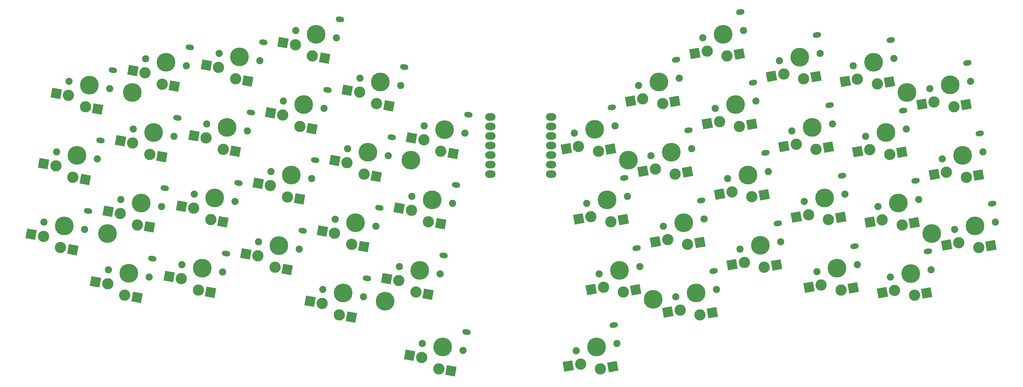
<source format=gbr>
%TF.GenerationSoftware,KiCad,Pcbnew,7.0.5*%
%TF.CreationDate,2023-06-27T22:08:49+09:00*%
%TF.ProjectId,keyboard_011 rev.1.2,6b657962-6f61-4726-945f-303131207265,REV1*%
%TF.SameCoordinates,Original*%
%TF.FileFunction,Soldermask,Bot*%
%TF.FilePolarity,Negative*%
%FSLAX46Y46*%
G04 Gerber Fmt 4.6, Leading zero omitted, Abs format (unit mm)*
G04 Created by KiCad (PCBNEW 7.0.5) date 2023-06-27 22:08:49*
%MOMM*%
%LPD*%
G01*
G04 APERTURE LIST*
G04 Aperture macros list*
%AMHorizOval*
0 Thick line with rounded ends*
0 $1 width*
0 $2 $3 position (X,Y) of the first rounded end (center of the circle)*
0 $4 $5 position (X,Y) of the second rounded end (center of the circle)*
0 Add line between two ends*
20,1,$1,$2,$3,$4,$5,0*
0 Add two circle primitives to create the rounded ends*
1,1,$1,$2,$3*
1,1,$1,$4,$5*%
%AMRotRect*
0 Rectangle, with rotation*
0 The origin of the aperture is its center*
0 $1 length*
0 $2 width*
0 $3 Rotation angle, in degrees counterclockwise*
0 Add horizontal line*
21,1,$1,$2,0,0,$3*%
G04 Aperture macros list end*
%ADD10C,1.900000*%
%ADD11C,3.000000*%
%ADD12C,5.000000*%
%ADD13HorizOval,1.500000X-0.344683X-0.060777X0.344683X0.060777X0*%
%ADD14RotRect,2.600000X2.600000X190.000000*%
%ADD15HorizOval,1.500000X-0.344683X0.060777X0.344683X-0.060777X0*%
%ADD16RotRect,2.600000X2.600000X170.000000*%
%ADD17O,2.748280X1.998980*%
G04 APERTURE END LIST*
D10*
%TO.C,SW10*%
X172584557Y65780635D03*
D11*
X173719459Y62223670D03*
D12*
X178001000Y66735700D03*
D11*
X179025524Y60925334D03*
D10*
X183417443Y67690765D03*
D13*
X182598442Y72623486D03*
D14*
X170469594Y61650631D03*
X182275390Y61498373D03*
%TD*%
D10*
%TO.C,SW32*%
X139204557Y35710635D03*
D11*
X140339459Y32153670D03*
D12*
X144621000Y36665700D03*
D11*
X145645524Y30855334D03*
D10*
X150037443Y37620765D03*
D13*
X149218442Y42553486D03*
D14*
X137089594Y31580631D03*
X148895390Y31428373D03*
%TD*%
D10*
%TO.C,SW39*%
X31403157Y6165565D03*
D11*
X31253063Y2434952D03*
D12*
X36819600Y5210500D03*
D11*
X35795076Y-599866D03*
D10*
X42236043Y4255435D03*
D15*
X43153524Y9170791D03*
D16*
X28003197Y3007991D03*
X39044941Y-1172905D03*
%TD*%
D12*
%TO.C,H6*%
X193506200Y21117800D03*
%TD*%
D10*
%TO.C,SW30*%
X104984557Y10340635D03*
D11*
X106119459Y6783670D03*
D12*
X110401000Y11295700D03*
D11*
X111425524Y5485334D03*
D10*
X115817443Y12250765D03*
D13*
X114998442Y17183486D03*
D14*
X102869594Y6210631D03*
X114675390Y6058373D03*
%TD*%
D10*
%TO.C,SW17*%
X55126757Y31012365D03*
D11*
X54976663Y27281752D03*
D12*
X60543200Y30057300D03*
D11*
X59518676Y24246934D03*
D10*
X65959643Y29102235D03*
D15*
X66877124Y34017591D03*
D16*
X51726797Y27854791D03*
X62768541Y23673895D03*
%TD*%
D10*
%TO.C,SW40*%
X57883157Y-8184435D03*
D11*
X57733063Y-11915048D03*
D12*
X63299600Y-9139500D03*
D11*
X62275076Y-14949866D03*
D10*
X68716043Y-10094565D03*
D15*
X69633524Y-5179209D03*
D16*
X54483197Y-11342009D03*
X65524941Y-15522905D03*
%TD*%
D10*
%TO.C,SW35*%
X199614557Y22180635D03*
D11*
X200749459Y18623670D03*
D12*
X205031000Y23135700D03*
D11*
X206055524Y17325334D03*
D10*
X210447443Y24090765D03*
D13*
X209628442Y29023486D03*
D14*
X197499594Y18050631D03*
X209305390Y17898373D03*
%TD*%
D10*
%TO.C,SW33*%
X159614557Y29640635D03*
D11*
X160749459Y26083670D03*
D12*
X165031000Y30595700D03*
D11*
X166055524Y24785334D03*
D10*
X170447443Y31550765D03*
D13*
X169628442Y36483486D03*
D14*
X157499594Y25510631D03*
X169305390Y25358373D03*
%TD*%
D10*
%TO.C,SW28*%
X34713157Y24925565D03*
D11*
X34563063Y21194952D03*
D12*
X40129600Y23970500D03*
D11*
X39105076Y18160134D03*
D10*
X45546043Y23015435D03*
D15*
X46463524Y27930791D03*
D16*
X31313197Y21767991D03*
X42354941Y17587095D03*
%TD*%
D10*
%TO.C,SW41*%
X98885157Y-10141365D03*
D11*
X100020059Y-13698330D03*
D12*
X104301600Y-9186300D03*
D11*
X105326124Y-14996666D03*
D10*
X109718043Y-8231235D03*
D13*
X108899042Y-3298514D03*
D14*
X96770194Y-14271369D03*
X108575990Y-14423627D03*
%TD*%
D10*
%TO.C,SW36*%
X-25706843Y11405565D03*
D11*
X-25856937Y7674952D03*
D12*
X-20290400Y10450500D03*
D11*
X-21314924Y4640134D03*
D10*
X-14873957Y9495435D03*
D15*
X-13956476Y14410791D03*
D16*
X-29106803Y8247991D03*
X-18065059Y4067095D03*
%TD*%
D10*
%TO.C,SW25*%
X-22396843Y30155565D03*
D11*
X-22546937Y26424952D03*
D12*
X-16980400Y29200500D03*
D11*
X-18004924Y23390134D03*
D10*
X-11563957Y28245435D03*
D15*
X-10646476Y33160791D03*
D16*
X-25796803Y26997991D03*
X-14755059Y22817095D03*
%TD*%
D10*
%TO.C,SW26*%
X-2813243Y31542465D03*
D11*
X-2963337Y27811852D03*
D12*
X2603200Y30587400D03*
D11*
X1578676Y24777034D03*
D10*
X8019643Y29632335D03*
D15*
X8937124Y34547691D03*
D16*
X-6213203Y28384891D03*
X4828541Y24203995D03*
%TD*%
D10*
%TO.C,SW11*%
X193000957Y59707435D03*
D11*
X194135859Y56150470D03*
D12*
X198417400Y60662500D03*
D11*
X199441924Y54852134D03*
D10*
X203833843Y61617565D03*
D13*
X203014842Y66550286D03*
D14*
X190885994Y55577431D03*
X202691790Y55425173D03*
%TD*%
D10*
%TO.C,SW7*%
X115470957Y60537435D03*
D11*
X116605859Y56980470D03*
D12*
X120887400Y61492500D03*
D11*
X121911924Y55682134D03*
D10*
X126303843Y62447565D03*
D13*
X125484842Y67380286D03*
D14*
X113355994Y56407431D03*
X125161790Y56255173D03*
%TD*%
D10*
%TO.C,SW15*%
X20913157Y56375565D03*
D11*
X20763063Y52644952D03*
D12*
X26329600Y55420500D03*
D11*
X25305076Y49610134D03*
D10*
X31746043Y54465435D03*
D15*
X32663524Y59380791D03*
D16*
X17513197Y53217991D03*
X28554941Y49037095D03*
%TD*%
D12*
%TO.C,H4*%
X-25949800Y21117700D03*
%TD*%
D10*
%TO.C,SW5*%
X58433157Y49755565D03*
D11*
X58283063Y46024952D03*
D12*
X63849600Y48800500D03*
D11*
X62825076Y42990134D03*
D10*
X69266043Y47845435D03*
D15*
X70183524Y52760791D03*
D16*
X55033197Y46597991D03*
X66074941Y42417095D03*
%TD*%
D10*
%TO.C,SW1*%
X-15776843Y67675565D03*
D11*
X-15926937Y63944952D03*
D12*
X-10360400Y66720500D03*
D11*
X-11384924Y60910134D03*
D10*
X-4943957Y65765435D03*
D15*
X-4026476Y70680791D03*
D16*
X-19176803Y64517991D03*
X-8135059Y60337095D03*
%TD*%
D10*
%TO.C,SW13*%
X-19086843Y48915565D03*
D11*
X-19236937Y45184952D03*
D12*
X-13670400Y47960500D03*
D11*
X-14694924Y42150134D03*
D10*
X-8253957Y47005435D03*
D15*
X-7336476Y51920791D03*
D16*
X-22486803Y45757991D03*
X-11445059Y41577095D03*
%TD*%
D10*
%TO.C,SW37*%
X-6116843Y12775565D03*
D11*
X-6266937Y9044952D03*
D12*
X-700400Y11820500D03*
D11*
X-1724924Y6010134D03*
D10*
X4716043Y10865435D03*
D15*
X5633524Y15780791D03*
D16*
X-9516803Y9617991D03*
X1524941Y5437095D03*
%TD*%
D12*
%TO.C,H1*%
X54822200Y40675700D03*
%TD*%
D10*
%TO.C,SW29*%
X51813157Y12235565D03*
D11*
X51663063Y8504952D03*
D12*
X57229600Y11280500D03*
D11*
X56205076Y5470134D03*
D10*
X62646043Y10325435D03*
D15*
X63563524Y15240791D03*
D16*
X48413197Y9077991D03*
X59454941Y4897095D03*
%TD*%
D10*
%TO.C,SW19*%
X118784557Y41790635D03*
D11*
X119919459Y38233670D03*
D12*
X124201000Y42745700D03*
D11*
X125225524Y36935334D03*
D10*
X129617443Y43700765D03*
D13*
X128798442Y48633486D03*
D14*
X116669594Y37660631D03*
X128475390Y37508373D03*
%TD*%
D10*
%TO.C,SW2*%
X3803157Y69065565D03*
D11*
X3653063Y65334952D03*
D12*
X9219600Y68110500D03*
D11*
X8195076Y62300134D03*
D10*
X14636043Y67155435D03*
D15*
X15553524Y72070791D03*
D16*
X403197Y65907991D03*
X11444941Y61727095D03*
%TD*%
D10*
%TO.C,SW6*%
X98364557Y47850635D03*
D11*
X99499459Y44293670D03*
D12*
X103781000Y48805700D03*
D11*
X104805524Y42995334D03*
D10*
X109197443Y49760765D03*
D13*
X108378442Y54693486D03*
D14*
X96249594Y43720631D03*
X108055390Y43568373D03*
%TD*%
D10*
%TO.C,SW43*%
X142504557Y16950635D03*
D11*
X143639459Y13393670D03*
D12*
X147921000Y17905700D03*
D11*
X148945524Y12095334D03*
D10*
X153337443Y18860765D03*
D13*
X152518442Y23793486D03*
D14*
X140389594Y12820631D03*
X152195390Y12668373D03*
%TD*%
D10*
%TO.C,SW22*%
X175884557Y47010635D03*
D11*
X177019459Y43453670D03*
D12*
X181301000Y47965700D03*
D11*
X182325524Y42155334D03*
D10*
X186717443Y48920765D03*
D13*
X185898442Y53853486D03*
D14*
X173769594Y42880631D03*
X185575390Y42728373D03*
%TD*%
D10*
%TO.C,SW14*%
X493157Y50305565D03*
D11*
X343063Y46574952D03*
D12*
X5909600Y49350500D03*
D11*
X4885076Y43540134D03*
D10*
X11326043Y48395435D03*
D15*
X12243524Y53310791D03*
D16*
X-2906803Y47147991D03*
X8134941Y42967095D03*
%TD*%
D10*
%TO.C,SW18*%
X101674557Y29090635D03*
D11*
X102809459Y25533670D03*
D12*
X107091000Y30045700D03*
D11*
X108115524Y24235334D03*
D10*
X112507443Y31000765D03*
D13*
X111688442Y35933486D03*
D14*
X99559594Y24960631D03*
X111365390Y24808373D03*
%TD*%
D10*
%TO.C,SW34*%
X179200957Y28247435D03*
D11*
X180335859Y24690470D03*
D12*
X184617400Y29202500D03*
D11*
X185641924Y23392134D03*
D10*
X190033843Y30157565D03*
D13*
X189214842Y35090286D03*
D14*
X177085994Y24117431D03*
X188891790Y23965173D03*
%TD*%
D10*
%TO.C,SW44*%
X162924557Y10880635D03*
D11*
X164059459Y7323670D03*
D12*
X168341000Y11835700D03*
D11*
X169365524Y6025334D03*
D10*
X173757443Y12790765D03*
D13*
X172938442Y17723486D03*
D14*
X160809594Y6750631D03*
X172615390Y6598373D03*
%TD*%
D10*
%TO.C,SW12*%
X-39506843Y42845565D03*
D11*
X-39656937Y39114952D03*
D12*
X-34090400Y41890500D03*
D11*
X-35114924Y36080134D03*
D10*
X-28673957Y40935435D03*
D15*
X-27756476Y45850791D03*
D16*
X-42906803Y39687991D03*
X-31865059Y35507095D03*
%TD*%
D10*
%TO.C,SW27*%
X17603157Y37615565D03*
D11*
X17453063Y33884952D03*
D12*
X23019600Y36660500D03*
D11*
X21995076Y30850134D03*
D10*
X28436043Y35705435D03*
D15*
X29353524Y40620791D03*
D16*
X14203197Y34457991D03*
X25244941Y30277095D03*
%TD*%
D12*
%TO.C,H7*%
X119338200Y3591700D03*
%TD*%
D10*
%TO.C,SW3*%
X24223157Y75135565D03*
D11*
X24073063Y71404952D03*
D12*
X29639600Y74180500D03*
D11*
X28615076Y68370134D03*
D10*
X35056043Y73225435D03*
D15*
X35973524Y78140791D03*
D16*
X20823197Y71977991D03*
X31864941Y67797095D03*
%TD*%
D10*
%TO.C,SW4*%
X41333157Y62445565D03*
D11*
X41183063Y58714952D03*
D12*
X46749600Y61490500D03*
D11*
X45725076Y55680134D03*
D10*
X52166043Y60535435D03*
D15*
X53083524Y65450791D03*
D16*
X37933197Y59287991D03*
X48974941Y55107095D03*
%TD*%
D10*
%TO.C,SW9*%
X152994557Y67150635D03*
D11*
X154129459Y63593670D03*
D12*
X158411000Y68105700D03*
D11*
X159435524Y62295334D03*
D10*
X163827443Y69060765D03*
D13*
X163008442Y73993486D03*
D14*
X150879594Y63020631D03*
X162685390Y62868373D03*
%TD*%
D12*
%TO.C,H3*%
X186902200Y58709700D03*
%TD*%
%TO.C,H2*%
X112734200Y40675700D03*
%TD*%
%TO.C,H0*%
X-19345800Y58709700D03*
%TD*%
D10*
%TO.C,SW8*%
X132584557Y73230635D03*
D11*
X133719459Y69673670D03*
D12*
X138001000Y74185700D03*
D11*
X139025524Y68375334D03*
D10*
X143417443Y75140765D03*
D13*
X142598442Y80073486D03*
D14*
X130469594Y69100631D03*
X142275390Y68948373D03*
%TD*%
D10*
%TO.C,SW16*%
X38016757Y43692465D03*
D11*
X37866663Y39961852D03*
D12*
X43433200Y42737400D03*
D11*
X42408676Y36927034D03*
D10*
X48849643Y41782335D03*
D15*
X49767124Y46697691D03*
D16*
X34616797Y40534891D03*
X45658541Y36353995D03*
%TD*%
D17*
%TO.C,U0*%
X76018700Y52153800D03*
X76018700Y49613800D03*
X76018700Y47073800D03*
X76018700Y44533800D03*
X76018700Y41993800D03*
X76018700Y39453800D03*
X76018700Y36913800D03*
X92207900Y36913800D03*
X92207900Y39453800D03*
X92207900Y41993800D03*
X92207900Y44533800D03*
X92207900Y47073800D03*
X92182500Y49613800D03*
X92207900Y52153800D03*
%TD*%
D10*
%TO.C,SW20*%
X135894557Y54470635D03*
D11*
X137029459Y50913670D03*
D12*
X141311000Y55425700D03*
D11*
X142335524Y49615334D03*
D10*
X146727443Y56380765D03*
D13*
X145908442Y61313486D03*
D14*
X133779594Y50340631D03*
X145585390Y50188373D03*
%TD*%
D10*
%TO.C,SW21*%
X156304557Y48400635D03*
D11*
X157439459Y44843670D03*
D12*
X161721000Y49355700D03*
D11*
X162745524Y43545334D03*
D10*
X167137443Y50310765D03*
D13*
X166318442Y55243486D03*
D14*
X154189594Y44270631D03*
X165995390Y44118373D03*
%TD*%
D10*
%TO.C,SW38*%
X14296757Y18852465D03*
D11*
X14146663Y15121852D03*
D12*
X19713200Y17897400D03*
D11*
X18688676Y12087034D03*
D10*
X25129643Y16942335D03*
D15*
X26047124Y21857691D03*
D16*
X10896797Y15694891D03*
X21938541Y11513995D03*
%TD*%
D10*
%TO.C,SW24*%
X-42816843Y24085565D03*
D11*
X-42966937Y20354952D03*
D12*
X-37400400Y23130500D03*
D11*
X-38424924Y17320134D03*
D10*
X-31983957Y22175435D03*
D15*
X-31066476Y27090791D03*
D16*
X-46216803Y20927991D03*
X-35175059Y16747095D03*
%TD*%
D10*
%TO.C,SW31*%
X122094557Y23020635D03*
D11*
X123229459Y19463670D03*
D12*
X127511000Y23975700D03*
D11*
X128535524Y18165334D03*
D10*
X132927443Y24930765D03*
D13*
X132108442Y29863486D03*
D14*
X119979594Y18890631D03*
X131785390Y18738373D03*
%TD*%
D12*
%TO.C,H5*%
X47964200Y3083700D03*
%TD*%
D10*
%TO.C,SW45*%
X182514557Y9490635D03*
D11*
X183649459Y5933670D03*
D12*
X187931000Y10445700D03*
D11*
X188955524Y4635334D03*
D10*
X193347443Y11400765D03*
D13*
X192528442Y16333486D03*
D14*
X180399594Y5360631D03*
X192205390Y5208373D03*
%TD*%
D10*
%TO.C,SW42*%
X125404557Y4260635D03*
D11*
X126539459Y703670D03*
D12*
X130821000Y5215700D03*
D11*
X131845524Y-594666D03*
D10*
X136237443Y6170765D03*
D13*
X135418442Y11103486D03*
D14*
X123289594Y130631D03*
X135095390Y-21627D03*
%TD*%
D10*
%TO.C,SW23*%
X196304557Y40940635D03*
D11*
X197439459Y37383670D03*
D12*
X201721000Y41895700D03*
D11*
X202745524Y36085334D03*
D10*
X207137443Y42850765D03*
D13*
X206318442Y47783486D03*
D14*
X194189594Y36810631D03*
X205995390Y36658373D03*
%TD*%
D10*
%TO.C,SW0*%
X-36196843Y61605565D03*
D11*
X-36346937Y57874952D03*
D12*
X-30780400Y60650500D03*
D11*
X-31804924Y54840134D03*
D10*
X-25363957Y59695435D03*
D15*
X-24446476Y64610791D03*
D16*
X-39596803Y58447991D03*
X-28555059Y54267095D03*
%TD*%
M02*

</source>
